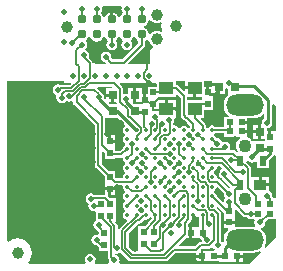
<source format=gbl>
%FSLAX24Y24*%
%MOIN*%
G70*
G01*
G75*
G04 Layer_Physical_Order=4*
G04 Layer_Color=16711680*
%ADD10R,0.0335X0.0256*%
%ADD11R,0.0177X0.0177*%
%ADD12R,0.0571X0.0217*%
%ADD13R,0.0571X0.0217*%
%ADD14R,0.0709X0.0394*%
G04:AMPARAMS|DCode=15|XSize=47.2mil|YSize=43.3mil|CornerRadius=0mil|HoleSize=0mil|Usage=FLASHONLY|Rotation=45.000|XOffset=0mil|YOffset=0mil|HoleType=Round|Shape=Rectangle|*
%AMROTATEDRECTD15*
4,1,4,-0.0014,-0.0320,-0.0320,-0.0014,0.0014,0.0320,0.0320,0.0014,-0.0014,-0.0320,0.0*
%
%ADD15ROTATEDRECTD15*%

%ADD16R,0.1850X0.1850*%
%ADD17O,0.0079X0.0256*%
%ADD18O,0.0256X0.0079*%
%ADD19R,0.0394X0.0394*%
%ADD20R,0.0236X0.0217*%
%ADD21R,0.0217X0.0236*%
%ADD22R,0.0256X0.0197*%
%ADD23R,0.0197X0.0256*%
%ADD24C,0.0394*%
%ADD25R,0.0197X0.0236*%
%ADD26R,0.0236X0.0197*%
%ADD27R,0.0315X0.0295*%
G04:AMPARAMS|DCode=28|XSize=19.7mil|YSize=23.6mil|CornerRadius=0mil|HoleSize=0mil|Usage=FLASHONLY|Rotation=45.000|XOffset=0mil|YOffset=0mil|HoleType=Round|Shape=Rectangle|*
%AMROTATEDRECTD28*
4,1,4,0.0014,-0.0153,-0.0153,0.0014,-0.0014,0.0153,0.0153,-0.0014,0.0014,-0.0153,0.0*
%
%ADD28ROTATEDRECTD28*%

%ADD29R,0.0787X0.0394*%
%ADD30C,0.0060*%
%ADD31C,0.0100*%
%ADD32C,0.0050*%
%ADD33C,0.0080*%
%ADD34C,0.0070*%
%ADD35C,0.0090*%
%ADD36C,0.0390*%
%ADD37O,0.1260X0.0709*%
%ADD38C,0.0433*%
%ADD39C,0.0200*%
%ADD40C,0.0197*%
%ADD41C,0.0118*%
%ADD42R,0.0472X0.0433*%
%ADD43C,0.0138*%
%ADD44C,0.0310*%
%ADD45R,0.0236X0.0335*%
%ADD46R,0.0394X0.0335*%
%ADD47R,0.0295X0.0315*%
G36*
X7435Y2885D02*
X7473Y2860D01*
Y2810D01*
X7435Y2785D01*
X7410Y2747D01*
X7360D01*
X7335Y2785D01*
X7297Y2810D01*
Y2860D01*
X7335Y2885D01*
X7360Y2923D01*
X7410D01*
X7435Y2885D01*
D02*
G37*
G36*
X4902Y3813D02*
Y3595D01*
X5258D01*
Y3638D01*
X5465D01*
X5465Y3638D01*
X5465Y3638D01*
X5465Y3638D01*
X5501Y3622D01*
D01*
D01*
X5512Y3564D01*
X5545Y3515D01*
X5583Y3490D01*
Y3440D01*
X5545Y3415D01*
X5512Y3366D01*
X5501Y3307D01*
X5512Y3249D01*
X5545Y3200D01*
X5583Y3175D01*
Y3125D01*
X5545Y3100D01*
X5512Y3051D01*
X5501Y2993D01*
X5501Y2991D01*
X5469Y2952D01*
X5283D01*
X5258Y2977D01*
Y3195D01*
X5041D01*
X4802Y3433D01*
Y3847D01*
X4848Y3866D01*
X4902Y3813D01*
D02*
G37*
G36*
X6805Y2885D02*
X6843Y2860D01*
Y2810D01*
X6805Y2785D01*
X6780Y2747D01*
X6730D01*
X6705Y2785D01*
X6667Y2810D01*
Y2860D01*
X6705Y2885D01*
X6730Y2923D01*
X6780D01*
X6805Y2885D01*
D02*
G37*
G36*
X7120D02*
X7158Y2860D01*
Y2810D01*
X7120Y2785D01*
X7095Y2747D01*
X7045D01*
X7020Y2785D01*
X6982Y2810D01*
Y2860D01*
X7020Y2885D01*
X7045Y2923D01*
X7095D01*
X7120Y2885D01*
D02*
G37*
G36*
X10593Y3735D02*
X10596D01*
X10632Y3700D01*
Y2288D01*
X10611D01*
Y2288D01*
X10522D01*
X10516Y2317D01*
X10492Y2353D01*
X10492Y2353D01*
X10484Y2361D01*
X10488Y2380D01*
X10474Y2450D01*
X10435Y2509D01*
X10376Y2548D01*
X10370Y2549D01*
Y2686D01*
X10093D01*
Y2736D01*
X10043D01*
Y2984D01*
X9817D01*
D01*
X9817D01*
X9797Y3003D01*
Y3283D01*
X9797Y3283D01*
X9789Y3326D01*
X9764Y3362D01*
X9764Y3362D01*
X9630Y3496D01*
X9642Y3545D01*
X9670Y3553D01*
X9691Y3521D01*
X9750Y3482D01*
X9820Y3468D01*
X9890Y3482D01*
X9930Y3509D01*
X9974Y3485D01*
Y3296D01*
X10370D01*
Y3554D01*
X10509Y3693D01*
X10537Y3735D01*
X10593D01*
Y3735D01*
D02*
G37*
G36*
X8875Y4332D02*
X9406D01*
X9422Y4284D01*
X9373Y4247D01*
X9325Y4185D01*
X9295Y4113D01*
X9285Y4035D01*
X9295Y3958D01*
X9325Y3886D01*
X9364Y3836D01*
X9359Y3825D01*
X9309Y3817D01*
X9267Y3859D01*
X9231Y3884D01*
X9188Y3892D01*
X9188Y3892D01*
X9112D01*
X9080Y3931D01*
X9092Y3990D01*
X9078Y4060D01*
X9039Y4119D01*
X8980Y4158D01*
X8910Y4172D01*
X8840Y4158D01*
X8816Y4168D01*
X8813Y4184D01*
X8773Y4244D01*
X8714Y4283D01*
X8645Y4297D01*
X8645Y4297D01*
X8645Y4297D01*
X8628Y4308D01*
X8628Y4310D01*
X8595Y4360D01*
X8557Y4385D01*
Y4435D01*
X8587Y4455D01*
X8875D01*
Y4332D01*
D02*
G37*
G36*
X5449Y4876D02*
X5449Y4876D01*
X5449Y4876D01*
X5449Y4876D01*
X5580Y4744D01*
X5575Y4695D01*
X5545Y4675D01*
X5512Y4625D01*
X5501Y4567D01*
X5512Y4509D01*
X5545Y4460D01*
X5583Y4435D01*
Y4385D01*
X5545Y4360D01*
X5512Y4310D01*
X5501Y4252D01*
X5512Y4194D01*
X5545Y4145D01*
X5583Y4120D01*
Y4070D01*
X5545Y4045D01*
X5512Y3995D01*
X5503Y3946D01*
X5419Y3862D01*
X5258D01*
Y3989D01*
Y4137D01*
X5080D01*
Y4187D01*
X5030D01*
Y4385D01*
X4912D01*
Y4967D01*
X4943D01*
Y4967D01*
X5358D01*
X5449Y4876D01*
D02*
G37*
G36*
X7435Y3515D02*
X7473Y3490D01*
Y3440D01*
X7435Y3415D01*
X7410Y3377D01*
X7360D01*
X7335Y3415D01*
X7297Y3440D01*
Y3490D01*
X7335Y3515D01*
X7360Y3553D01*
X7410D01*
X7435Y3515D01*
D02*
G37*
G36*
X8065D02*
X8103Y3490D01*
Y3440D01*
X8065Y3415D01*
X8040Y3377D01*
X7990D01*
X7965Y3415D01*
X7959Y3419D01*
X7949Y3468D01*
X7961Y3486D01*
X7968Y3519D01*
X7990Y3553D01*
X8040D01*
X8065Y3515D01*
D02*
G37*
G36*
X8801Y3311D02*
X8796Y3262D01*
X8761Y3239D01*
X8722Y3180D01*
X8708Y3110D01*
X8722Y3040D01*
X8761Y2981D01*
X8801Y2955D01*
X8811Y2941D01*
X9088Y2663D01*
X9076Y2640D01*
X9026Y2632D01*
X8739Y2919D01*
X8703Y2944D01*
X8660Y2952D01*
D01*
D01*
Y2952D01*
X8660D01*
X8637Y2980D01*
X8639Y2993D01*
X8628Y3051D01*
X8595Y3100D01*
X8557Y3125D01*
Y3175D01*
X8595Y3200D01*
X8628Y3249D01*
X8639Y3307D01*
X8637Y3319D01*
X8669Y3358D01*
X8754D01*
X8801Y3311D01*
D02*
G37*
G36*
X10611Y1592D02*
X10611D01*
X10632Y1571D01*
Y1006D01*
X10270Y644D01*
X10232Y677D01*
X10239Y686D01*
X10283Y792D01*
X10298Y906D01*
X10283Y1019D01*
X10239Y1125D01*
X10170Y1215D01*
X10109Y1261D01*
X10121Y1310D01*
X10146Y1315D01*
X10205Y1355D01*
X10244Y1414D01*
X10258Y1483D01*
X10254Y1503D01*
X10343Y1592D01*
X10611D01*
D01*
D02*
G37*
G36*
X7907Y1591D02*
X7915Y1592D01*
X7965Y1625D01*
X7990Y1663D01*
X8040D01*
X8055Y1640D01*
Y1318D01*
X7833D01*
Y1140D01*
Y962D01*
X8082D01*
X8083Y959D01*
X8139Y903D01*
X8146Y871D01*
X8114Y832D01*
X8100D01*
X8057Y824D01*
X8021Y799D01*
X8021Y799D01*
X7912Y690D01*
X7403D01*
X7384Y737D01*
X7609Y962D01*
X7733D01*
Y1140D01*
Y1318D01*
X7697D01*
Y1429D01*
X7773Y1504D01*
X7773Y1504D01*
X7797Y1540D01*
X7805Y1583D01*
X7807Y1584D01*
Y1733D01*
X7907D01*
Y1591D01*
D02*
G37*
G36*
X10121Y496D02*
X9738Y112D01*
X5430D01*
X5398Y151D01*
X5412Y220D01*
X5398Y290D01*
X5359Y349D01*
X5300Y388D01*
X5269Y394D01*
X5257Y443D01*
X5271Y454D01*
X5300Y448D01*
X5370Y462D01*
X5417Y494D01*
X5692Y219D01*
X5728Y195D01*
X5771Y187D01*
X5771Y187D01*
X6949D01*
X6949Y187D01*
X6992Y195D01*
X7028Y219D01*
X7275Y466D01*
X7958D01*
X7958Y466D01*
X7965Y461D01*
Y410D01*
X8163D01*
Y360D01*
X8213D01*
Y182D01*
X8725D01*
Y172D01*
X9267D01*
Y360D01*
X9317D01*
Y410D01*
X9515D01*
Y467D01*
X9860D01*
X9973Y482D01*
X10079Y526D01*
X10088Y533D01*
X10121Y496D01*
D02*
G37*
G36*
X8523Y639D02*
X8541Y611D01*
X8579Y586D01*
X8564Y538D01*
X8142D01*
X8131Y566D01*
X8159Y608D01*
X8390D01*
X8390Y608D01*
X8433Y616D01*
X8469Y641D01*
X8473Y644D01*
X8523Y639D01*
D02*
G37*
G36*
X8882Y1810D02*
Y1679D01*
Y1533D01*
X9238D01*
Y1679D01*
Y1908D01*
X9285Y1927D01*
X9511Y1701D01*
X9547Y1676D01*
X9590Y1668D01*
X9590Y1668D01*
X9630D01*
X9641Y1651D01*
X9700Y1612D01*
X9770Y1598D01*
X9805Y1605D01*
X9821Y1592D01*
Y1592D01*
X9887D01*
X9908Y1553D01*
X9894Y1483D01*
X9908Y1414D01*
X9930Y1380D01*
X9904Y1338D01*
X9860Y1344D01*
X9309D01*
X9276Y1339D01*
X9238Y1372D01*
Y1433D01*
X8882D01*
Y1285D01*
X9012D01*
X9028Y1238D01*
X8999Y1215D01*
X8929Y1125D01*
X8886Y1019D01*
X8871Y906D01*
X8880Y835D01*
X8833Y817D01*
X8799Y869D01*
X8792Y873D01*
Y1770D01*
X8792Y1770D01*
X8784Y1813D01*
X8759Y1849D01*
X8759Y1849D01*
X8648Y1960D01*
X8657Y1996D01*
X8665Y2008D01*
X8677Y2014D01*
X8882Y1810D01*
D02*
G37*
G36*
X6175Y2255D02*
X6213Y2230D01*
Y2180D01*
X6175Y2155D01*
X6150Y2117D01*
X6100D01*
X6075Y2155D01*
X6037Y2180D01*
Y2230D01*
X6075Y2255D01*
X6100Y2293D01*
X6150D01*
X6175Y2255D01*
D02*
G37*
G36*
X8874Y2468D02*
X8868Y2440D01*
X8882Y2370D01*
X8921Y2311D01*
X8921Y2311D01*
X8921D01*
X8931Y2299D01*
X8931Y2299D01*
X8931D01*
X8892Y2240D01*
X8882Y2189D01*
X8834Y2175D01*
X8637Y2371D01*
X8628Y2421D01*
X8595Y2470D01*
X8557Y2495D01*
Y2545D01*
X8595Y2570D01*
X8628Y2619D01*
X8633Y2646D01*
X8681Y2661D01*
X8874Y2468D01*
D02*
G37*
G36*
X6485Y1633D02*
Y1614D01*
X6226Y1355D01*
X6012D01*
Y959D01*
Y565D01*
X6012D01*
Y556D01*
X5976Y521D01*
X5863D01*
X5710Y674D01*
Y1134D01*
X6024Y1448D01*
X6047D01*
X6047Y1448D01*
X6090Y1456D01*
X6126Y1481D01*
X6236Y1590D01*
X6283Y1581D01*
X6341Y1592D01*
X6390Y1625D01*
X6415Y1663D01*
X6465D01*
X6485Y1633D01*
D02*
G37*
G36*
X6175Y1940D02*
X6213Y1915D01*
Y1865D01*
X6175Y1840D01*
X6169Y1831D01*
X6140Y1812D01*
X6140Y1812D01*
Y1812D01*
X6140Y1812D01*
X6091Y1817D01*
X6075Y1840D01*
X6037Y1865D01*
Y1915D01*
X6075Y1940D01*
X6100Y1978D01*
X6150D01*
X6175Y1940D01*
D02*
G37*
G36*
X7750Y4145D02*
X7788Y4120D01*
Y4070D01*
X7750Y4045D01*
X7725Y4007D01*
X7675D01*
X7650Y4045D01*
X7612Y4070D01*
Y4120D01*
X7650Y4145D01*
X7675Y4183D01*
X7725D01*
X7750Y4145D01*
D02*
G37*
G36*
X5919Y7658D02*
X5971Y7581D01*
X6028Y7542D01*
Y7456D01*
X5494Y6922D01*
X5176D01*
X5128Y6971D01*
X5132Y6990D01*
X5118Y7060D01*
X5079Y7119D01*
X5020Y7158D01*
X4950Y7172D01*
X4880Y7158D01*
X4821Y7119D01*
X4782Y7060D01*
X4768Y6990D01*
X4782Y6920D01*
X4821Y6861D01*
X4880Y6822D01*
X4942Y6810D01*
X4937Y6760D01*
X4681D01*
X4507Y6795D01*
X4499Y6836D01*
X4476Y6870D01*
X4476Y6870D01*
X4373Y6973D01*
X4378Y6980D01*
X4392Y7050D01*
X4378Y7120D01*
X4339Y7179D01*
X4280Y7218D01*
X4274Y7219D01*
X4264Y7268D01*
X4269Y7271D01*
X4308Y7330D01*
X4322Y7400D01*
X4308Y7470D01*
X4277Y7516D01*
X4287Y7565D01*
X4309Y7581D01*
X4361Y7658D01*
X4365Y7677D01*
X4415D01*
X4419Y7658D01*
X4471Y7581D01*
X4548Y7529D01*
X4640Y7510D01*
X4732Y7529D01*
X4809Y7581D01*
X4861Y7658D01*
X4865Y7677D01*
X4915D01*
X4919Y7658D01*
X4971Y7581D01*
X4982Y7573D01*
X4996Y7551D01*
X5003Y7516D01*
X4972Y7470D01*
X4958Y7400D01*
X4972Y7330D01*
X5011Y7271D01*
X5070Y7232D01*
X5140Y7218D01*
X5210Y7232D01*
X5269Y7271D01*
X5308Y7330D01*
X5322Y7400D01*
X5308Y7470D01*
X5277Y7516D01*
X5284Y7551D01*
X5298Y7573D01*
X5309Y7581D01*
X5361Y7658D01*
X5365Y7677D01*
X5415D01*
X5419Y7658D01*
X5471Y7581D01*
X5493Y7565D01*
X5503Y7516D01*
X5472Y7470D01*
X5458Y7400D01*
X5472Y7330D01*
X5511Y7271D01*
X5570Y7232D01*
X5640Y7218D01*
X5710Y7232D01*
X5769Y7271D01*
X5808Y7330D01*
X5822Y7400D01*
X5808Y7470D01*
X5777Y7516D01*
X5787Y7565D01*
X5809Y7581D01*
X5861Y7658D01*
X5865Y7677D01*
X5915D01*
X5919Y7658D01*
D02*
G37*
G36*
X5187Y5971D02*
X5180Y5953D01*
X4943D01*
Y5776D01*
X5180D01*
Y5726D01*
X5230D01*
Y5498D01*
X5292D01*
X5318Y5455D01*
X5300Y5422D01*
X5078D01*
X5050Y5463D01*
X5065Y5498D01*
X5130D01*
Y5676D01*
X4943D01*
Y5620D01*
X4917Y5610D01*
X4878Y5641D01*
X4882Y5660D01*
X4868Y5730D01*
X4829Y5789D01*
X4807Y5803D01*
X4789Y5829D01*
X4652Y5967D01*
X4671Y6013D01*
X5160D01*
X5187Y5971D01*
D02*
G37*
G36*
X8754Y5763D02*
X8932D01*
Y5931D01*
X8965Y5949D01*
X9008Y5923D01*
Y5763D01*
X9008Y5763D01*
X9008D01*
X9022Y5721D01*
X8999Y5703D01*
X8929Y5613D01*
X8886Y5507D01*
X8871Y5394D01*
X8886Y5280D01*
X8929Y5175D01*
X8999Y5084D01*
X9049Y5046D01*
X9033Y4998D01*
X8875D01*
Y4679D01*
X8587D01*
X8545Y4708D01*
X8487Y4719D01*
X8429Y4708D01*
X8380Y4675D01*
X8355Y4637D01*
X8305D01*
X8285Y4667D01*
Y4698D01*
X8285Y4698D01*
X8276Y4741D01*
X8252Y4777D01*
X8252Y4777D01*
X8102Y4927D01*
X8121Y4973D01*
X8216D01*
Y5225D01*
X8518D01*
Y5619D01*
Y5763D01*
X8654D01*
Y6000D01*
X8754D01*
Y5763D01*
D02*
G37*
G36*
X6365Y7580D02*
X6372Y7528D01*
X6400Y7461D01*
X6444Y7404D01*
X6501Y7360D01*
X6509Y7357D01*
X6504Y7307D01*
X6477Y7302D01*
X6441Y7277D01*
X6416Y7241D01*
X6408Y7198D01*
Y6760D01*
X5714D01*
X5695Y6806D01*
X6219Y7331D01*
X6219Y7331D01*
X6244Y7367D01*
X6244Y7367D01*
X6244Y7367D01*
X6252Y7410D01*
X6252Y7410D01*
Y7542D01*
X6309Y7581D01*
X6317Y7591D01*
X6365Y7580D01*
D02*
G37*
G36*
X8477Y6015D02*
X8390D01*
Y5817D01*
X8290D01*
Y6015D01*
X8216D01*
Y6185D01*
X8477D01*
Y6015D01*
D02*
G37*
G36*
X1980Y6185D02*
X3550D01*
Y6140D01*
X3750D01*
X3758Y6120D01*
X3731Y6078D01*
X3420D01*
X3420Y6078D01*
X3350Y6092D01*
X3280Y6078D01*
X3221Y6039D01*
X3182Y5980D01*
X3168Y5910D01*
X3182Y5840D01*
X3221Y5781D01*
X3280Y5742D01*
D01*
X3288Y5640D01*
X3288Y5640D01*
X3288D01*
X3302Y5570D01*
X3341Y5511D01*
X3400Y5472D01*
X3470Y5458D01*
X3540Y5472D01*
X3599Y5511D01*
X3619Y5543D01*
X3650Y5522D01*
X3720Y5508D01*
X3790Y5522D01*
X3814Y5538D01*
X3858Y5514D01*
Y5490D01*
X3858Y5490D01*
X3866Y5447D01*
X3891Y5411D01*
X4578Y4724D01*
Y3387D01*
X4578Y3387D01*
X4586Y3344D01*
X4611Y3308D01*
X4902Y3017D01*
Y2799D01*
Y2653D01*
X5258D01*
Y2728D01*
X5471D01*
X5503Y2689D01*
X5501Y2678D01*
X5512Y2619D01*
X5545Y2570D01*
X5583Y2545D01*
Y2495D01*
X5545Y2470D01*
X5512Y2421D01*
X5501Y2363D01*
X5512Y2305D01*
X5545Y2255D01*
X5583Y2230D01*
Y2180D01*
X5545Y2155D01*
X5512Y2106D01*
X5501Y2048D01*
X5512Y1990D01*
X5545Y1940D01*
X5583Y1915D01*
Y1865D01*
X5545Y1840D01*
X5512Y1791D01*
X5501Y1733D01*
X5512Y1675D01*
X5545Y1625D01*
X5595Y1592D01*
X5627Y1586D01*
X5642Y1538D01*
X5409Y1305D01*
X5390Y1277D01*
X5342Y1292D01*
Y1366D01*
X5342Y1366D01*
X5334Y1408D01*
X5309Y1445D01*
X5263Y1492D01*
X5268Y1505D01*
X5268D01*
X5268Y1505D01*
Y1899D01*
Y2295D01*
X5090D01*
X5026Y2359D01*
X5030Y2368D01*
Y2553D01*
X4902D01*
Y2407D01*
X4566D01*
X4520Y2438D01*
X4450Y2452D01*
X4380Y2438D01*
X4321Y2399D01*
X4282Y2340D01*
X4268Y2270D01*
X4282Y2200D01*
X4321Y2141D01*
X4372Y2108D01*
X4358Y2040D01*
X4372Y1970D01*
X4411Y1911D01*
X4470Y1872D01*
X4540Y1858D01*
X4563Y1863D01*
X4602Y1831D01*
Y1532D01*
X4581Y1519D01*
X4542Y1460D01*
X4528Y1390D01*
X4542Y1320D01*
X4581Y1261D01*
X4640Y1222D01*
X4648Y1220D01*
X4702Y1167D01*
Y1109D01*
X4663Y1077D01*
X4640Y1082D01*
X4570Y1068D01*
X4511Y1029D01*
X4472Y970D01*
X4458Y900D01*
X4472Y830D01*
X4511Y771D01*
X4570Y732D01*
X4640Y718D01*
X4659Y722D01*
X4702Y680D01*
Y545D01*
X5008D01*
Y330D01*
X5008Y330D01*
X5016Y287D01*
X5041Y251D01*
X5052Y239D01*
X5048Y220D01*
X5062Y151D01*
X5030Y112D01*
X4596D01*
X4572Y156D01*
X4588Y180D01*
X4602Y250D01*
X4588Y320D01*
X4549Y379D01*
X4490Y418D01*
X4420Y432D01*
X4350Y418D01*
X4291Y379D01*
X4252Y320D01*
X4238Y250D01*
X4252Y180D01*
X4268Y156D01*
X4244Y112D01*
X2382D01*
X2359Y157D01*
X2415Y230D01*
X2463Y346D01*
X2480Y470D01*
X2463Y594D01*
X2415Y710D01*
X2339Y809D01*
X2240Y886D01*
X2124Y933D01*
X2000Y950D01*
X1876Y933D01*
X1760Y886D01*
X1705Y843D01*
X1660Y865D01*
Y6188D01*
X1980D01*
Y6185D01*
D02*
G37*
G36*
X7584Y6021D02*
X7900D01*
Y5971D01*
X7950D01*
Y5674D01*
X8162D01*
Y5619D01*
Y5566D01*
X7662D01*
Y5674D01*
X7850D01*
Y5921D01*
X7584D01*
Y5880D01*
X7538Y5861D01*
X7350Y6049D01*
X7314Y6073D01*
X7276Y6080D01*
Y6185D01*
X7584D01*
Y6021D01*
D02*
G37*
G36*
X6600Y6140D02*
X6608D01*
X6644Y6105D01*
Y6015D01*
X6342D01*
Y5765D01*
X6290D01*
Y5567D01*
X6190D01*
Y5765D01*
X6147D01*
Y5963D01*
X5960D01*
Y5736D01*
Y5508D01*
X6062D01*
Y5432D01*
X5872D01*
X5845Y5473D01*
X5859Y5508D01*
X5860D01*
Y5736D01*
Y5963D01*
X5673D01*
Y5797D01*
X5634Y5765D01*
X5600Y5772D01*
X5566Y5765D01*
X5527Y5797D01*
Y5930D01*
X5527Y5930D01*
X5519Y5971D01*
X5496Y6006D01*
X5496Y6006D01*
X5408Y6094D01*
X5427Y6140D01*
X6600D01*
Y6140D01*
D02*
G37*
G36*
X7438Y5644D02*
Y5054D01*
X7438Y5054D01*
X7446Y5011D01*
X7471Y4974D01*
X7551Y4894D01*
X7551Y4894D01*
X7571Y4881D01*
X7745Y4706D01*
Y4667D01*
X7725Y4637D01*
X7675D01*
X7650Y4675D01*
X7601Y4708D01*
X7542Y4719D01*
X7484Y4708D01*
X7435Y4675D01*
X7410Y4637D01*
X7360D01*
X7335Y4675D01*
X7286Y4708D01*
X7227Y4719D01*
X7221Y4718D01*
X7182Y4750D01*
Y4792D01*
X7208Y4830D01*
X7222Y4900D01*
X7215Y4934D01*
X7247Y4973D01*
X7276D01*
Y5219D01*
X6960D01*
Y5269D01*
X6910D01*
Y5566D01*
X6698D01*
Y5619D01*
Y5674D01*
X7276D01*
Y5740D01*
X7322Y5759D01*
X7438Y5644D01*
D02*
G37*
G36*
X5468Y8648D02*
X5458Y8600D01*
X5472Y8530D01*
X5503Y8484D01*
X5496Y8449D01*
X5482Y8427D01*
X5471Y8419D01*
X5419Y8342D01*
X5415Y8323D01*
X5365D01*
X5361Y8342D01*
X5309Y8419D01*
X5232Y8471D01*
X5190Y8480D01*
Y8250D01*
X5090D01*
Y8480D01*
X5048Y8471D01*
X4971Y8419D01*
X4919Y8342D01*
X4915Y8323D01*
X4865D01*
X4861Y8342D01*
X4809Y8419D01*
X4798Y8427D01*
X4784Y8449D01*
X4777Y8484D01*
X4808Y8530D01*
X4822Y8600D01*
X4812Y8648D01*
X4844Y8687D01*
X5436D01*
X5468Y8648D01*
D02*
G37*
G36*
X10227Y5082D02*
Y4959D01*
X10188Y4932D01*
X10148Y4873D01*
X10134Y4804D01*
X10141Y4772D01*
X10130Y4759D01*
Y4506D01*
Y4278D01*
X10237D01*
Y4202D01*
X9843D01*
X9843Y4202D01*
Y4202D01*
X9833Y4199D01*
X9796Y4247D01*
X9734Y4294D01*
X9665Y4323D01*
Y4332D01*
X9665D01*
Y4470D01*
X9467D01*
Y4570D01*
X9665D01*
Y4642D01*
Y4770D01*
X9467D01*
Y4870D01*
X9665D01*
Y4956D01*
X9860D01*
X9973Y4971D01*
X10079Y5014D01*
X10170Y5084D01*
X10180Y5098D01*
X10227Y5082D01*
D02*
G37*
G36*
X7120Y4145D02*
X7158Y4120D01*
Y4070D01*
X7120Y4045D01*
X7095Y4007D01*
X7045D01*
X7020Y4045D01*
X6982Y4070D01*
Y4120D01*
X7020Y4145D01*
X7045Y4183D01*
X7095D01*
X7120Y4145D01*
D02*
G37*
G36*
X8065Y4460D02*
X8103Y4435D01*
Y4385D01*
X8065Y4360D01*
X8040Y4322D01*
X7990D01*
X7965Y4360D01*
X7927Y4385D01*
Y4435D01*
X7965Y4460D01*
X7990Y4498D01*
X8040D01*
X8065Y4460D01*
D02*
G37*
G36*
X6444Y8204D02*
X6501Y8160D01*
X6568Y8132D01*
X6640Y8123D01*
X6712Y8132D01*
X6763Y8153D01*
X6802Y8123D01*
X6790Y8030D01*
X6807Y7906D01*
X6822Y7868D01*
X6783Y7837D01*
X6779Y7840D01*
X6712Y7868D01*
X6640Y7877D01*
X6568Y7868D01*
X6501Y7840D01*
X6444Y7796D01*
X6422Y7768D01*
X6374Y7780D01*
X6361Y7842D01*
X6309Y7919D01*
X6232Y7971D01*
X6213Y7975D01*
Y8025D01*
X6232Y8029D01*
X6309Y8081D01*
X6361Y8158D01*
X6374Y8220D01*
X6422Y8232D01*
X6444Y8204D01*
D02*
G37*
G36*
X10632Y5323D02*
Y4525D01*
X10593D01*
Y4525D01*
X10465D01*
Y4327D01*
X10365D01*
Y4525D01*
X10317D01*
Y4622D01*
X10386Y4636D01*
X10445Y4675D01*
X10484Y4734D01*
X10498Y4804D01*
X10491Y4840D01*
X10493Y4847D01*
Y5397D01*
X10539Y5416D01*
X10632Y5323D01*
D02*
G37*
%LPC*%
G36*
X9515Y310D02*
X9367D01*
Y172D01*
X9515D01*
Y310D01*
D02*
G37*
G36*
X8113D02*
X7965D01*
Y182D01*
X8113D01*
Y310D01*
D02*
G37*
G36*
X10370Y2984D02*
X10143D01*
Y2786D01*
X10370D01*
Y2984D01*
D02*
G37*
G36*
X10030Y4456D02*
X9843D01*
Y4278D01*
X10030D01*
Y4456D01*
D02*
G37*
G36*
X5258Y4385D02*
X5130D01*
Y4237D01*
X5258D01*
Y4385D01*
D02*
G37*
G36*
Y2553D02*
X5130D01*
Y2405D01*
X5258D01*
Y2553D01*
D02*
G37*
G36*
X7276Y5566D02*
X7010D01*
Y5319D01*
X7276D01*
Y5566D01*
D02*
G37*
G36*
X10030Y4733D02*
X9843D01*
Y4556D01*
X10030D01*
Y4733D01*
D02*
G37*
%LPD*%
D20*
X9467Y4520D02*
D03*
X9073D02*
D03*
X10412Y1780D02*
D03*
X10019D02*
D03*
X10412Y2100D02*
D03*
X10019D02*
D03*
X9317Y360D02*
D03*
X8923D02*
D03*
D21*
X5080Y2097D02*
D03*
Y1703D02*
D03*
X4790Y2097D02*
D03*
Y1703D02*
D03*
X4890Y1137D02*
D03*
Y743D02*
D03*
X6200Y1157D02*
D03*
Y763D02*
D03*
X6550Y1157D02*
D03*
Y763D02*
D03*
D24*
X7270Y8030D02*
D03*
X2000Y470D02*
D03*
D25*
X9060Y1877D02*
D03*
Y1483D02*
D03*
X5080Y2997D02*
D03*
Y2603D02*
D03*
Y3793D02*
D03*
Y4187D02*
D03*
X6240Y5173D02*
D03*
Y5567D02*
D03*
X6520Y5423D02*
D03*
Y5817D02*
D03*
X8340Y5817D02*
D03*
Y5423D02*
D03*
X10415Y3933D02*
D03*
Y4327D02*
D03*
D26*
X8177Y1140D02*
D03*
X7783D02*
D03*
X9073Y4820D02*
D03*
X9467D02*
D03*
X8557Y360D02*
D03*
X8163D02*
D03*
D27*
X5910Y5204D02*
D03*
Y5736D02*
D03*
X5180Y5194D02*
D03*
Y5726D02*
D03*
X10080Y3974D02*
D03*
Y4506D02*
D03*
D30*
X5140Y8250D02*
Y8600D01*
X10306Y2380D02*
X10412Y2274D01*
Y2100D02*
Y2274D01*
X7550Y5054D02*
Y5690D01*
Y5054D02*
X7631Y4973D01*
X7637D02*
X7857Y4753D01*
X7631Y4973D02*
X7637D01*
X7857Y4567D02*
Y4753D01*
X7709Y4393D02*
X7850Y4252D01*
X7857D01*
X4660Y880D02*
X4797Y743D01*
X4890D01*
X5120Y330D02*
X5230Y220D01*
Y680D02*
X5280Y630D01*
X8680Y730D02*
Y1770D01*
X6848Y1128D02*
X7110Y1390D01*
X6848Y612D02*
Y1128D01*
X7110Y1390D02*
X7200Y1480D01*
X6756Y520D02*
X6848Y612D01*
X7200Y1480D02*
Y1482D01*
X6750Y1564D02*
Y2210D01*
X6550Y1364D02*
X6750Y1564D01*
X6598Y1568D02*
Y1733D01*
X6200Y1170D02*
X6598Y1568D01*
X6738Y951D02*
Y1338D01*
X6550Y763D02*
X6738Y951D01*
X6550Y1157D02*
Y1364D01*
X7070Y1670D02*
Y2205D01*
X6738Y1338D02*
X7070Y1670D01*
X4710Y1317D02*
X4890Y1137D01*
X4710Y1317D02*
Y1390D01*
X5230Y680D02*
Y1366D01*
X5080Y1516D02*
X5230Y1366D01*
X5080Y1516D02*
Y1703D01*
X5120Y330D02*
Y1320D01*
X4790Y1650D02*
X5120Y1320D01*
X4790Y1650D02*
Y1703D01*
X4733Y2040D02*
X4790Y2097D01*
X4540Y2040D02*
X4733D01*
X5080Y2097D02*
Y2146D01*
X4931Y2295D02*
X5080Y2146D01*
X4495Y2295D02*
X4931D01*
X4490Y2290D02*
X4495Y2295D01*
X6200Y1157D02*
Y1170D01*
X5978Y1560D02*
X6047D01*
X6220Y1733D01*
X6283D01*
X6330Y6590D02*
Y6910D01*
X5130Y6810D02*
X5540D01*
X4950Y6990D02*
X5130Y6810D01*
X4230Y5610D02*
X4800Y5040D01*
X7228Y578D02*
X7958D01*
X6949Y299D02*
X7228Y578D01*
X5771Y299D02*
X6949D01*
X7585Y1097D02*
Y1475D01*
X5817Y409D02*
X6897D01*
X7585Y1097D01*
X6443Y520D02*
X6756D01*
X6200Y763D02*
X6443Y520D01*
X5653Y2048D02*
X5968Y2363D01*
X5810Y2520D02*
X6125D01*
X5653Y2678D02*
X5810Y2520D01*
X6200Y6460D02*
X6330Y6590D01*
X6200Y6290D02*
Y6460D01*
Y6290D02*
X6370Y6120D01*
X7385Y3780D02*
Y4095D01*
X6598Y4252D02*
Y4304D01*
X6448Y3158D02*
X6598Y3307D01*
X6448Y2835D02*
Y3158D01*
X8561Y891D02*
Y1659D01*
X8487Y1733D02*
X8561Y1659D01*
X6650Y4620D02*
Y4920D01*
X6283Y4252D02*
X6449Y4418D01*
X5598Y627D02*
X5817Y409D01*
X5488Y582D02*
X5771Y299D01*
X6128Y3777D02*
X6283Y3622D01*
X5080Y3750D02*
X5465D01*
X6764Y2844D02*
X6913Y2993D01*
X7227D02*
X7385Y3150D01*
X7090Y2540D02*
X7227Y2678D01*
X10076Y1483D02*
X10373Y1780D01*
X7958Y578D02*
X8100Y720D01*
X8487Y4252D02*
X8645Y4095D01*
X4690Y3387D02*
X5080Y2997D01*
X4800Y4073D02*
Y5040D01*
Y4073D02*
X5080Y3793D01*
X6755Y3465D02*
X6913Y3307D01*
X6440Y3780D02*
X7070D01*
X7585Y1475D02*
X7693Y1583D01*
X5598Y1181D02*
X5978Y1560D01*
X5598Y627D02*
Y1181D01*
X5968Y1705D02*
Y1733D01*
X5488Y1226D02*
X5968Y1705D01*
X5488Y582D02*
Y1226D01*
X6598Y2363D02*
X6750Y2210D01*
X6913Y2363D02*
X7070Y2205D01*
X7542Y1669D02*
Y1733D01*
X7380Y1507D02*
X7542Y1669D01*
X7380Y1410D02*
Y1507D01*
X7200Y1482D02*
X7390Y1672D01*
Y2210D01*
X7542Y2363D01*
X7693Y1583D02*
Y2447D01*
X6125Y2520D02*
X6283Y2678D01*
X5815Y2840D02*
X5968Y2993D01*
X5237Y2840D02*
X5815D01*
X7857Y1733D02*
X8006Y1584D01*
X5465Y3750D02*
X5653Y3937D01*
X7040Y4900D02*
X7070Y4870D01*
X6598Y4567D02*
X6650Y4620D01*
X6913Y3622D02*
X7070Y3465D01*
X8172Y4567D02*
Y4698D01*
X7900Y4970D02*
X8172Y4698D01*
X7900Y4970D02*
Y5269D01*
X6283Y4567D02*
Y4618D01*
X7271Y5969D02*
X7550Y5690D01*
X6960Y5969D02*
X7271D01*
X7700Y3150D02*
Y3372D01*
X8023Y4401D02*
X8172Y4252D01*
X8023Y3456D02*
X8172Y3307D01*
X6913Y2678D02*
X7061Y2826D01*
X7227Y3307D02*
X7376Y3456D01*
X5080Y2997D02*
X5237Y2840D01*
X6283Y2363D02*
X6440Y2205D01*
X8172Y3622D02*
X8325Y3470D01*
X8172Y3937D02*
X8330Y3780D01*
X9073Y4520D02*
Y4820D01*
X8487Y4567D02*
X9026D01*
X7900Y5269D02*
X8054Y5423D01*
X8340D01*
X6807Y5817D02*
X6960Y5969D01*
X6520Y5817D02*
X6807D01*
X6440Y1890D02*
Y2205D01*
X5810Y3450D02*
Y3465D01*
X6440Y1890D02*
X6598Y1733D01*
X7227Y2363D02*
X7385Y2520D01*
X7620D01*
X7693Y2447D01*
X6598Y3937D02*
X6764Y4103D01*
X6283Y3937D02*
X6440Y3780D01*
X6220Y5153D02*
X6240Y5173D01*
X7857Y3529D02*
Y3622D01*
X7700Y3372D02*
X7857Y3529D01*
X7709Y4086D02*
X7857Y3937D01*
X7385Y3780D02*
X7542Y3622D01*
X6134Y3456D02*
X6283Y3307D01*
X5968D02*
X6125Y3150D01*
X5140Y7400D02*
Y7750D01*
X5640Y8250D02*
Y8600D01*
X4640Y8250D02*
Y8600D01*
X4140Y8250D02*
Y8600D01*
X6140Y8250D02*
Y8590D01*
X3830Y7470D02*
X4110Y7750D01*
X4140D01*
X5540Y6810D02*
X6140Y7410D01*
Y7750D01*
X8487Y3937D02*
X8505Y3920D01*
X8842D02*
X8850Y3928D01*
X8505Y3920D02*
X8842D01*
X9938Y2181D02*
X10019Y2100D01*
X9938Y2181D02*
Y2372D01*
X9685Y2625D02*
X9938Y2372D01*
X9685Y2625D02*
Y3283D01*
X9424Y3544D02*
X9685Y3283D01*
X8330Y3780D02*
X9188D01*
X9129Y3550D02*
X9418D01*
X9424Y3544D01*
X9188Y3780D02*
X9418Y3550D01*
X9246Y3180D02*
X9500D01*
X8804Y3622D02*
X9246Y3180D01*
X8487Y3622D02*
X8804D01*
X8801Y3470D02*
X9424Y2847D01*
Y2736D02*
Y2847D01*
X8325Y3470D02*
X8801D01*
X8890Y3020D02*
Y3110D01*
Y3020D02*
X9180Y2730D01*
X9418D02*
X9424Y2736D01*
X9180Y2730D02*
X9418D01*
X9252Y2564D02*
X9418Y2730D01*
X8390Y720D02*
X8561Y891D01*
X8100Y720D02*
X8390D01*
X7857Y2907D02*
Y2993D01*
Y2907D02*
X8015Y2750D01*
Y2205D02*
Y2750D01*
X7857Y3307D02*
X8006Y3159D01*
X8234Y2826D02*
X8321Y2739D01*
X8006Y2934D02*
X8114Y2826D01*
X8321Y2737D02*
X8338Y2720D01*
Y1982D02*
Y2720D01*
X8006Y2934D02*
Y3159D01*
X8114Y2826D02*
X8234D01*
X8321Y2737D02*
Y2739D01*
X8338Y3159D02*
X8487Y3307D01*
X8338Y2931D02*
Y3159D01*
Y2931D02*
X8429Y2840D01*
X8660D01*
X9252Y2118D02*
X9590Y1780D01*
X10019D01*
X9252Y2118D02*
Y2564D01*
X8660Y2840D02*
X9055Y2445D01*
X8487Y2363D02*
X9009Y1841D01*
X8338Y1982D02*
X8430Y1890D01*
X8560D01*
X8680Y1770D01*
X6764Y4103D02*
Y4314D01*
X6851Y4401D01*
X6974D01*
X6975Y4400D01*
X7000D01*
X7070Y4470D01*
Y4870D01*
X6598Y4304D02*
X6760Y4466D01*
Y4700D01*
X6830Y4770D01*
X6220Y4681D02*
X6283Y4618D01*
X6220Y4681D02*
Y5153D01*
X6449Y4418D02*
Y4760D01*
X3440Y5620D02*
X3465Y5645D01*
X5653Y3622D02*
X5810Y3780D01*
X3970Y5712D02*
X4153Y5895D01*
X3970Y5490D02*
Y5712D01*
Y5490D02*
X4690Y4770D01*
Y3387D02*
Y4770D01*
X4230Y5610D02*
Y5680D01*
X4153Y5895D02*
X4565D01*
X4710Y5750D01*
Y5600D02*
Y5750D01*
X5810Y3780D02*
Y4087D01*
Y4095D01*
X5810Y3465D02*
X5968Y3622D01*
X6520Y5220D02*
Y5423D01*
X6143Y5470D02*
X6240Y5567D01*
X5940Y5470D02*
X6143D01*
X6240Y5567D02*
X6295D01*
X6439Y5423D01*
X6520D01*
Y5430D01*
X6710Y5620D01*
X6830D01*
X6520Y5220D02*
X6911D01*
X6960Y5269D01*
D31*
X9899Y6030D02*
X10360Y5569D01*
X9236Y6030D02*
X9899D01*
X10360Y4847D02*
Y5569D01*
X8397Y5760D02*
X8570D01*
X8340Y5817D02*
X8397Y5760D01*
X8330Y6090D02*
X8644D01*
X8704Y6030D01*
Y5894D02*
Y6030D01*
X8570Y5760D02*
X8704Y5894D01*
X5543Y4970D02*
X5945Y4567D01*
X8923Y638D02*
X9191Y906D01*
X8923Y360D02*
Y638D01*
X8557Y360D02*
X8923D01*
X5543Y4970D02*
Y4970D01*
X5318Y5194D02*
X5543Y4970D01*
X5180Y5194D02*
X5318D01*
X5945Y4567D02*
X5968D01*
X5600Y5514D02*
X5910Y5204D01*
X5600Y5514D02*
Y5590D01*
X5931Y5173D02*
X6240D01*
X9191Y906D02*
X9611D01*
X10172Y3544D02*
X10415Y3786D01*
Y3933D01*
X10145D02*
X10415D01*
X10104Y3974D02*
X10145Y3933D01*
X10080Y3974D02*
X10104D01*
X9820Y3714D02*
X10080Y3974D01*
X9820Y3650D02*
Y3714D01*
X10316Y4804D02*
X10360Y4847D01*
X8177Y1053D02*
Y1140D01*
Y1053D02*
X8320Y910D01*
X9060Y1877D02*
Y2170D01*
X5116Y5194D02*
X5180D01*
X4710Y5600D02*
X5116Y5194D01*
D32*
X3960Y6780D02*
Y7220D01*
Y6780D02*
X4040Y6700D01*
X3411Y5971D02*
X3798D01*
X3960Y7220D02*
X4140Y7400D01*
X3839Y5871D02*
X4068Y6100D01*
X4210D01*
Y6985D02*
X4400Y6795D01*
X4210Y6985D02*
Y7050D01*
X3720Y5630D02*
X3740D01*
X3798Y5971D02*
X4040Y6213D01*
Y6700D01*
X4210Y6100D02*
X4400Y6290D01*
Y6795D01*
X4110Y6000D02*
X4251D01*
X4371Y6120D01*
X5230D01*
X5420Y5510D02*
Y5930D01*
Y5510D02*
X5678Y5253D01*
Y5026D02*
X5721Y4982D01*
X5764D01*
X5678Y5026D02*
Y5253D01*
X6117Y4506D02*
Y4629D01*
X5968Y4357D02*
X6117Y4506D01*
X5968Y4252D02*
Y4357D01*
X5230Y6120D02*
X5420Y5930D01*
X5764Y4982D02*
X6117Y4629D01*
X3470Y5640D02*
Y5770D01*
X3571Y5871D01*
X3839D01*
X3740Y5630D02*
X4110Y6000D01*
X3350Y5910D02*
X3411Y5971D01*
D33*
X8150Y373D02*
Y570D01*
X9317Y187D02*
Y360D01*
X9270Y140D02*
X9317Y187D01*
D34*
X8172Y1164D02*
Y1733D01*
X7857Y2048D02*
X8011Y1894D01*
X8246D01*
X8333Y1467D02*
X8380Y1420D01*
X8246Y1894D02*
X8333Y1807D01*
Y1467D02*
Y1807D01*
D36*
X3640Y8000D02*
D03*
X6640Y7600D02*
D03*
Y8400D02*
D03*
D37*
X9584Y5394D02*
D03*
Y906D02*
D03*
D38*
Y4035D02*
D03*
Y2264D02*
D03*
D39*
X4220Y6369D02*
D03*
X6020D02*
D03*
X6380D02*
D03*
X5300D02*
D03*
X5660D02*
D03*
X4580D02*
D03*
X4940D02*
D03*
X3860D02*
D03*
D40*
X3561Y4439D02*
D03*
X4034D02*
D03*
X4506D02*
D03*
X4979D02*
D03*
X3561Y3966D02*
D03*
X4034D02*
D03*
X4506D02*
D03*
X3561Y3494D02*
D03*
X4034D02*
D03*
X4506D02*
D03*
X4979D02*
D03*
X3561Y3021D02*
D03*
X4034D02*
D03*
X4506D02*
D03*
X4420Y250D02*
D03*
X7540Y4790D02*
D03*
X7709Y4393D02*
D03*
X4640Y900D02*
D03*
X5230Y220D02*
D03*
X5300Y630D02*
D03*
X8670Y740D02*
D03*
X7123Y1137D02*
D03*
X6850Y1400D02*
D03*
X7110Y1390D02*
D03*
X4710D02*
D03*
X4540Y2040D02*
D03*
X6240Y1480D02*
D03*
X4470Y6970D02*
D03*
X6200Y6900D02*
D03*
X4950Y6990D02*
D03*
X4230Y5680D02*
D03*
X7870Y200D02*
D03*
X7385Y4095D02*
D03*
X7069Y4094D02*
D03*
X6448Y2835D02*
D03*
X6124Y2204D02*
D03*
X8380Y1420D02*
D03*
X8640Y3150D02*
D03*
X7810Y1420D02*
D03*
X7350Y5610D02*
D03*
X6470Y4760D02*
D03*
X6830Y4770D02*
D03*
X5330Y2660D02*
D03*
X3140Y4840D02*
D03*
X2750Y4950D02*
D03*
X2160Y5870D02*
D03*
X8670Y4890D02*
D03*
X9870Y3160D02*
D03*
X9360Y1730D02*
D03*
X10474Y1050D02*
D03*
X5910Y610D02*
D03*
X5480Y250D02*
D03*
X4460Y1580D02*
D03*
X4390Y750D02*
D03*
X4510Y1180D02*
D03*
X3930Y250D02*
D03*
X2860Y240D02*
D03*
X2710Y820D02*
D03*
X1760Y960D02*
D03*
X2980Y1500D02*
D03*
X3260Y1800D02*
D03*
X6755Y3465D02*
D03*
X7384Y2834D02*
D03*
X7385Y3150D02*
D03*
X10076Y1483D02*
D03*
X10306Y2380D02*
D03*
X6370Y6120D02*
D03*
X5448Y4784D02*
D03*
X6124Y1889D02*
D03*
X7380Y1410D02*
D03*
X7700Y3150D02*
D03*
X7040Y4900D02*
D03*
X9129Y3550D02*
D03*
X8015Y2205D02*
D03*
X8320Y910D02*
D03*
X8645Y4115D02*
D03*
X9050Y6120D02*
D03*
X7070Y2520D02*
D03*
X7709Y4086D02*
D03*
X7070Y3465D02*
D03*
X6134Y3456D02*
D03*
X7070Y3780D02*
D03*
X6125Y3150D02*
D03*
X2070Y5250D02*
D03*
X2380D02*
D03*
X6530Y7980D02*
D03*
X3550Y8490D02*
D03*
Y7510D02*
D03*
X5140Y7400D02*
D03*
X4140Y7400D02*
D03*
X4640Y8600D02*
D03*
X4140D02*
D03*
X5140D02*
D03*
X5640D02*
D03*
X3830Y7470D02*
D03*
X5640Y7400D02*
D03*
X6140Y8590D02*
D03*
X8910Y3990D02*
D03*
X9260Y4250D02*
D03*
X9500Y3180D02*
D03*
X9820Y3650D02*
D03*
X10316Y4804D02*
D03*
X10060Y4890D02*
D03*
X8890Y3110D02*
D03*
X9770Y1780D02*
D03*
X9060Y2170D02*
D03*
X8760Y2360D02*
D03*
X9050Y2440D02*
D03*
X1740Y2990D02*
D03*
X4450Y2270D02*
D03*
X5600Y5590D02*
D03*
X3720Y5690D02*
D03*
X6575Y5004D02*
D03*
X4210Y7050D02*
D03*
X3470Y5640D02*
D03*
X6140Y3760D02*
D03*
X4700Y5660D02*
D03*
X5810Y3470D02*
D03*
X5810Y4087D02*
D03*
X3350Y5910D02*
D03*
X3940Y5200D02*
D03*
D41*
X8570Y5760D02*
D03*
X5380Y3980D02*
D03*
X8160Y180D02*
D03*
X2500Y6060D02*
D03*
X3060Y5730D02*
D03*
X3740Y6110D02*
D03*
X5183Y5480D02*
D03*
X5490Y6110D02*
D03*
X5890Y6060D02*
D03*
X5910Y5500D02*
D03*
X6520Y5220D02*
D03*
X7490Y6060D02*
D03*
X7900Y5640D02*
D03*
X8330Y6090D02*
D03*
X6764Y2844D02*
D03*
X9270Y140D02*
D03*
X8150Y570D02*
D03*
X8006Y1584D02*
D03*
X6240Y5809D02*
D03*
X7280Y5240D02*
D03*
X7030Y5600D02*
D03*
X8023Y4401D02*
D03*
Y3456D02*
D03*
X7061Y2826D02*
D03*
X7376Y3456D02*
D03*
X10574Y5220D02*
D03*
X10410Y4600D02*
D03*
X4830Y5910D02*
D03*
D42*
X6960Y5269D02*
D03*
Y5971D02*
D03*
X7900Y5269D02*
D03*
Y5971D02*
D03*
D43*
X8487Y4567D02*
D03*
X8172D02*
D03*
X7857D02*
D03*
X7542D02*
D03*
X7227D02*
D03*
X6913D02*
D03*
X6598D02*
D03*
X6283D02*
D03*
X5968D02*
D03*
X5653D02*
D03*
X8487Y4252D02*
D03*
X8172D02*
D03*
X7857D02*
D03*
X7542D02*
D03*
X7227D02*
D03*
X6913D02*
D03*
X6598D02*
D03*
X6283D02*
D03*
X5968D02*
D03*
X5653D02*
D03*
X8487Y3937D02*
D03*
X8172D02*
D03*
X7857D02*
D03*
X7542D02*
D03*
X7227D02*
D03*
X6913D02*
D03*
X6598D02*
D03*
X6283D02*
D03*
X5968D02*
D03*
X5653D02*
D03*
X8487Y3622D02*
D03*
X8172D02*
D03*
X7857D02*
D03*
X7542D02*
D03*
X7227D02*
D03*
X6913D02*
D03*
X6598D02*
D03*
X6283D02*
D03*
X5968D02*
D03*
X5653D02*
D03*
X8487Y3307D02*
D03*
X8172D02*
D03*
X7857D02*
D03*
X7542D02*
D03*
X7227D02*
D03*
X6913D02*
D03*
X6598D02*
D03*
X6283D02*
D03*
X5968D02*
D03*
X5653D02*
D03*
X8487Y2993D02*
D03*
X8172D02*
D03*
X7857D02*
D03*
X7542D02*
D03*
X7227D02*
D03*
X6913D02*
D03*
X6598D02*
D03*
X6283D02*
D03*
X5968D02*
D03*
X5653D02*
D03*
X8487Y2678D02*
D03*
X8172D02*
D03*
X7857D02*
D03*
X7542D02*
D03*
X7227D02*
D03*
X6913D02*
D03*
X6598D02*
D03*
X6283D02*
D03*
X5968D02*
D03*
X5653D02*
D03*
X8487Y2363D02*
D03*
X8172D02*
D03*
X7857D02*
D03*
X7542D02*
D03*
X7227D02*
D03*
X6913D02*
D03*
X6598D02*
D03*
X6283D02*
D03*
X5968D02*
D03*
X5653D02*
D03*
X8487Y2048D02*
D03*
X8172D02*
D03*
X7857D02*
D03*
X7542D02*
D03*
X7227D02*
D03*
X6913D02*
D03*
X6598D02*
D03*
X6283D02*
D03*
X5968D02*
D03*
X5653D02*
D03*
X8487Y1733D02*
D03*
X8172D02*
D03*
X7857D02*
D03*
X7542D02*
D03*
X7227D02*
D03*
X6913D02*
D03*
X6598D02*
D03*
X6283D02*
D03*
X5968D02*
D03*
X5653D02*
D03*
D44*
X4140Y8250D02*
D03*
X4640D02*
D03*
X5140D02*
D03*
X5640D02*
D03*
X6140D02*
D03*
Y7750D02*
D03*
X5640D02*
D03*
X5140D02*
D03*
X4640D02*
D03*
X4140D02*
D03*
D45*
X10172Y3544D02*
D03*
X9424D02*
D03*
Y2736D02*
D03*
D46*
X10093D02*
D03*
D47*
X9236Y6000D02*
D03*
X8704D02*
D03*
M02*

</source>
